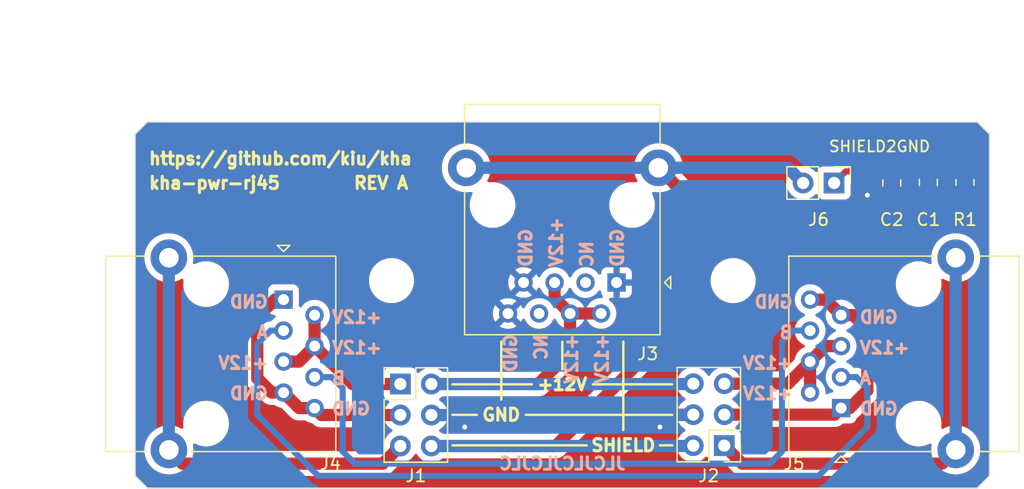
<source format=kicad_pcb>
(kicad_pcb (version 20221018) (generator pcbnew)
  (layers (0 "F.Cu" signal) (31 "B.Cu" signal) (34 "B.Paste" user) (35 "F.Paste" user) (36 "B.SilkS" user "B.Silkscreen") (37 "F.SilkS" user "F.Silkscreen") (38 "B.Mask" user) (39 "F.Mask" user) (44 "Edge.Cuts" user))
  (net 0 "")
  (net 1 "GND")
  (net 2 "Net-(C1-Pad1)")
  (net 3 "Net-(J2-Pin_1)")
  (net 4 "Earth")
  (net 5 "Net-(J2-Pin_3)")
  (net 6 "Net-(J2-Pin_5)")
  (net 7 "Net-(J1-Pin_1)")
  (net 8 "Net-(J1-Pin_3)")
  (net 9 "Net-(J1-Pin_5)")
  (net 10 "485+")
  (net 11 "485-")
  (net 12 "+12V")
  (footprint "Connector_PinHeader_2.54mm:PinHeader_2x03_P2.54mm_Vertical" (layer "F.Cu") (at 89.725 51.475)
    (fp_text reference "J1" (at 1.275 7.525 180) (layer "F.SilkS"))
    (fp_text value "Conn_02x03_Odd_Even")
    (fp_line (start -1.33 -1.33) (end 0 -1.33) (stroke (width 0.12)) (layer "F.SilkS"))
    (fp_line (start -1.33 0) (end -1.33 -1.33) (stroke (width 0.12)) (layer "F.SilkS"))
    (fp_line (start -1.33 1.27) (end -1.33 6.41) (stroke (width 0.12)) (layer "F.SilkS"))
    (fp_line (start -1.33 1.27) (end 1.27 1.27) (stroke (width 0.12)) (layer "F.SilkS"))
    (fp_line (start -1.33 6.41) (end 3.87 6.41) (stroke (width 0.12)) (layer "F.SilkS"))
    (fp_line (start 1.27 -1.33) (end 3.87 -1.33) (stroke (width 0.12)) (layer "F.SilkS"))
    (fp_line (start 1.27 1.27) (end 1.27 -1.33) (stroke (width 0.12)) (layer "F.SilkS"))
    (fp_line (start 3.87 -1.33) (end 3.87 6.41) (stroke (width 0.12)) (layer "F.SilkS"))
    (pad "1" thru_hole rect (at 0 0) (size 1.7 1.7) (drill 1) (layers "*.Cu" "*.Mask") (net 7 "Net-(J1-Pin_1)"))
    (pad "2" thru_hole oval (at 2.54 0) (size 1.7 1.7) (drill 1) (layers "*.Cu" "*.Mask") (net 12 "+12V"))
    (pad "3" thru_hole oval (at 0 2.54) (size 1.7 1.7) (drill 1) (layers "*.Cu" "*.Mask") (net 8 "Net-(J1-Pin_3)"))
    (pad "4" thru_hole oval (at 2.54 2.54) (size 1.7 1.7) (drill 1) (layers "*.Cu" "*.Mask") (net 1 "GND"))
    (pad "5" thru_hole oval (at 0 5.08) (size 1.7 1.7) (drill 1) (layers "*.Cu" "*.Mask") (net 9 "Net-(J1-Pin_5)"))
    (pad "6" thru_hole oval (at 2.54 5.08) (size 1.7 1.7) (drill 1) (layers "*.Cu" "*.Mask") (net 4 "Earth"))
  )
  (footprint "MountingHole:MountingHole_3.2mm_M3" (layer "F.Cu") (at 89 43)
    (fp_text reference "H1" hide)
    (fp_text value "MountingHole")
    (pad "" np_thru_hole circle (at 0 0) (size 3.2 3.2) (drill 3.2) (layers "*.Cu" "*.Mask"))
  )
  (footprint "kiu:GDLX-S-88K" (layer "F.Cu") (at 103 33.757 180)
    (fp_text reference "J3" (at -7 -15.243 unlocked) (layer "F.SilkS"))
    (fp_text value "RJ45_Shielded")
    (fp_line (start -8.886 -9.906) (end -8.886 -8.89) (stroke (width 0.12)) (layer "F.SilkS"))
    (fp_line (start -8.886 -8.89) (end -8.378 -9.398) (stroke (width 0.12)) (layer "F.SilkS"))
    (fp_line (start -8.378 -9.398) (end -8.886 -9.906) (stroke (width 0.12)) (layer "F.SilkS"))
    (fp_line (start -8.01 -13.678) (end -8.01 -1.748) (stroke (width 0.12)) (layer "F.SilkS"))
    (fp_line (start -8.01 1.752) (end -8.01 5.192) (stroke (width 0.12)) (layer "F.SilkS"))
    (fp_line (start 8.01 -13.678) (end -8.01 -13.678) (stroke (width 0.12)) (layer "F.SilkS"))
    (fp_line (start 8.01 -13.678) (end 8.01 -1.748) (stroke (width 0.12)) (layer "F.SilkS"))
    (fp_line (start 8.01 1.752) (end 8.01 5.192) (stroke (width 0.12)) (layer "F.SilkS"))
    (fp_line (start 8.01 5.192) (end -8.01 5.192) (stroke (width 0.12)) (layer "F.SilkS"))
    (pad "" np_thru_hole circle (at -5.715 -3.048 180) (size 3.25 3.25) (drill 3.25) (layers "*.Cu" "*.Mask"))
    (pad "" np_thru_hole circle (at 5.715 -3.048) (size 3.25 3.25) (drill 3.25) (layers "*.Cu" "*.Mask"))
    (pad "1" thru_hole rect (at -4.445 -9.398) (size 1.5 1.5) (drill 0.9) (layers "*.Cu" "*.Mask") (net 1 "GND"))
    (pad "2" thru_hole circle (at -3.175 -11.938) (size 1.5 1.5) (drill 0.9) (layers "*.Cu" "*.Mask") (net 12 "+12V"))
    (pad "3" thru_hole circle (at -1.905 -9.398) (size 1.5 1.5) (drill 0.9) (layers "*.Cu" "*.Mask"))
    (pad "4" thru_hole circle (at -0.635 -11.938) (size 1.5 1.5) (drill 0.9) (layers "*.Cu" "*.Mask") (net 12 "+12V"))
    (pad "5" thru_hole circle (at 0.635 -9.398) (size 1.5 1.5) (drill 0.9) (layers "*.Cu" "*.Mask") (net 12 "+12V"))
    (pad "6" thru_hole circle (at 1.905 -11.938) (size 1.5 1.5) (drill 0.9) (layers "*.Cu" "*.Mask"))
    (pad "7" thru_hole circle (at 3.175 -9.398) (size 1.5 1.5) (drill 0.9) (layers "*.Cu" "*.Mask") (net 1 "GND"))
    (pad "8" thru_hole circle (at 4.445 -11.938) (size 1.5 1.5) (drill 0.9) (layers "*.Cu" "*.Mask") (net 1 "GND"))
    (pad "SH" thru_hole circle (at -7.874 0.002 180) (size 3 3) (drill 1.6) (layers "*.Cu" "*.Mask") (net 4 "Earth"))
    (pad "SH" thru_hole circle (at 7.874 0) (size 3 3) (drill 1.6) (layers "*.Cu" "*.Mask") (net 4 "Earth"))
  )
  (footprint "Capacitor_SMD:C_0805_2012Metric" (layer "F.Cu") (at 130 35 -90)
    (fp_text reference "C2" (at 3 0) (layer "F.SilkS"))
    (fp_text value "10nF")
    (fp_line (start -0.261252 -0.735) (end 0.261252 -0.735) (stroke (width 0.12)) (layer "F.SilkS"))
    (fp_line (start -0.261252 0.735) (end 0.261252 0.735) (stroke (width 0.12)) (layer "F.SilkS"))
    (pad "1" smd roundrect (at -0.95 0 270) (size 1 1.45) (layers "F.Cu" "F.Paste" "F.Mask") (net 2 "Net-(C1-Pad1)"))
    (pad "2" smd roundrect (at 0.95 0 270) (size 1 1.45) (layers "F.Cu" "F.Paste" "F.Mask") (net 1 "GND"))
  )
  (footprint "kiu:GDLX-S-88K" (layer "F.Cu") (at 70.757 49 -90)
    (fp_text reference "J4" (at 9 -13.243 unlocked) (layer "F.SilkS"))
    (fp_text value "RJ45_Shielded")
    (fp_line (start -8.886 -9.906) (end -8.886 -8.89) (stroke (width 0.12)) (layer "F.SilkS"))
    (fp_line (start -8.886 -8.89) (end -8.378 -9.398) (stroke (width 0.12)) (layer "F.SilkS"))
    (fp_line (start -8.378 -9.398) (end -8.886 -9.906) (stroke (width 0.12)) (layer "F.SilkS"))
    (fp_line (start -8.01 -13.678) (end -8.01 -1.748) (stroke (width 0.12)) (layer "F.SilkS"))
    (fp_line (start -8.01 1.752) (end -8.01 5.192) (stroke (width 0.12)) (layer "F.SilkS"))
    (fp_line (start 8.01 -13.678) (end -8.01 -13.678) (stroke (width 0.12)) (layer "F.SilkS"))
    (fp_line (start 8.01 -13.678) (end 8.01 -1.748) (stroke (width 0.12)) (layer "F.SilkS"))
    (fp_line (start 8.01 1.752) (end 8.01 5.192) (stroke (width 0.12)) (layer "F.SilkS"))
    (fp_line (start 8.01 5.192) (end -8.01 5.192) (stroke (width 0.12)) (layer "F.SilkS"))
    (pad "" np_thru_hole circle (at -5.715 -3.048 270) (size 3.25 3.25) (drill 3.25) (layers "*.Cu" "*.Mask"))
    (pad "" np_thru_hole circle (at 5.715 -3.048 90) (size 3.25 3.25) (drill 3.25) (layers "*.Cu" "*.Mask"))
    (pad "1" thru_hole rect (at -4.445 -9.398 90) (size 1.5 1.5) (drill 0.9) (layers "*.Cu" "*.Mask") (net 8 "Net-(J1-Pin_3)"))
    (pad "2" thru_hole circle (at -3.175 -11.938 90) (size 1.5 1.5) (drill 0.9) (layers "*.Cu" "*.Mask") (net 7 "Net-(J1-Pin_1)"))
    (pad "3" thru_hole circle (at -1.905 -9.398 90) (size 1.5 1.5) (drill 0.9) (layers "*.Cu" "*.Mask") (net 10 "485+"))
    (pad "4" thru_hole circle (at -0.635 -11.938 90) (size 1.5 1.5) (drill 0.9) (layers "*.Cu" "*.Mask") (net 7 "Net-(J1-Pin_1)"))
    (pad "5" thru_hole circle (at 0.635 -9.398 90) (size 1.5 1.5) (drill 0.9) (layers "*.Cu" "*.Mask") (net 7 "Net-(J1-Pin_1)"))
    (pad "6" thru_hole circle (at 1.905 -11.938 90) (size 1.5 1.5) (drill 0.9) (layers "*.Cu" "*.Mask") (net 11 "485-"))
    (pad "7" thru_hole circle (at 3.175 -9.398 90) (size 1.5 1.5) (drill 0.9) (layers "*.Cu" "*.Mask") (net 8 "Net-(J1-Pin_3)"))
    (pad "8" thru_hole circle (at 4.445 -11.938 90) (size 1.5 1.5) (drill 0.9) (layers "*.Cu" "*.Mask") (net 8 "Net-(J1-Pin_3)"))
    (pad "SH" thru_hole circle (at -7.874 0.002 270) (size 3 3) (drill 1.6) (layers "*.Cu" "*.Mask") (net 9 "Net-(J1-Pin_5)"))
    (pad "SH" thru_hole circle (at 7.874 0 90) (size 3 3) (drill 1.6) (layers "*.Cu" "*.Mask") (net 9 "Net-(J1-Pin_5)"))
  )
  (footprint "Connector_PinHeader_2.54mm:PinHeader_1x02_P2.54mm_Vertical" (layer "F.Cu") (at 125.275 35 -90)
    (fp_text reference "J6" (at 3 1.275) (layer "F.SilkS"))
    (fp_text value "1x02_Jumper")
    (fp_line (start -1.33 -1.33) (end 0 -1.33) (stroke (width 0.12)) (layer "F.SilkS"))
    (fp_line (start -1.33 0) (end -1.33 -1.33) (stroke (width 0.12)) (layer "F.SilkS"))
    (fp_line (start -1.33 1.27) (end -1.33 3.87) (stroke (width 0.12)) (layer "F.SilkS"))
    (fp_line (start -1.33 1.27) (end 1.33 1.27) (stroke (width 0.12)) (layer "F.SilkS"))
    (fp_line (start -1.33 3.87) (end 1.33 3.87) (stroke (width 0.12)) (layer "F.SilkS"))
    (fp_line (start 1.33 1.27) (end 1.33 3.87) (stroke (width 0.12)) (layer "F.SilkS"))
    (pad "1" thru_hole rect (at 0 0 270) (size 1.7 1.7) (drill 1) (layers "*.Cu" "*.Mask") (net 2 "Net-(C1-Pad1)"))
    (pad "2" thru_hole oval (at 0 2.54 270) (size 1.7 1.7) (drill 1) (layers "*.Cu" "*.Mask") (net 4 "Earth"))
  )
  (footprint "MountingHole:MountingHole_3.2mm_M3" (layer "F.Cu") (at 117 43)
    (fp_text reference "H2" hide)
    (fp_text value "MountingHole")
    (pad "" np_thru_hole circle (at 0 0) (size 3.2 3.2) (drill 3.2) (layers "*.Cu" "*.Mask"))
  )
  (footprint "Capacitor_SMD:C_0805_2012Metric" (layer "F.Cu") (at 133 34.95 -90)
    (fp_text reference "C1" (at 3.05 0) (layer "F.SilkS"))
    (fp_text value "100nF")
    (fp_line (start -0.261252 -0.735) (end 0.261252 -0.735) (stroke (width 0.12)) (layer "F.SilkS"))
    (fp_line (start -0.261252 0.735) (end 0.261252 0.735) (stroke (width 0.12)) (layer "F.SilkS"))
    (pad "1" smd roundrect (at -0.95 0 270) (size 1 1.45) (layers "F.Cu" "F.Paste" "F.Mask") (net 2 "Net-(C1-Pad1)"))
    (pad "2" smd roundrect (at 0.95 0 270) (size 1 1.45) (layers "F.Cu" "F.Paste" "F.Mask") (net 1 "GND"))
  )
  (footprint "Connector_PinHeader_2.54mm:PinHeader_2x03_P2.54mm_Vertical" (layer "F.Cu") (at 116.275 56.525 180)
    (fp_text reference "J2" (at 1.275 -2.475 180) (layer "F.SilkS"))
    (fp_text value "Conn_02x03_Odd_Even")
    (fp_line (start -1.33 -1.33) (end 0 -1.33) (stroke (width 0.12)) (layer "F.SilkS"))
    (fp_line (start -1.33 0) (end -1.33 -1.33) (stroke (width 0.12)) (layer "F.SilkS"))
    (fp_line (start -1.33 1.27) (end -1.33 6.41) (stroke (width 0.12)) (layer "F.SilkS"))
    (fp_line (start -1.33 1.27) (end 1.27 1.27) (stroke (width 0.12)) (layer "F.SilkS"))
    (fp_line (start -1.33 6.41) (end 3.87 6.41) (stroke (width 0.12)) (layer "F.SilkS"))
    (fp_line (start 1.27 -1.33) (end 3.87 -1.33) (stroke (width 0.12)) (layer "F.SilkS"))
    (fp_line (start 1.27 1.27) (end 1.27 -1.33) (stroke (width 0.12)) (layer "F.SilkS"))
    (fp_line (start 3.87 -1.33) (end 3.87 6.41) (stroke (width 0.12)) (layer "F.SilkS"))
    (pad "1" thru_hole rect (at 0 0 180) (size 1.7 1.7) (drill 1) (layers "*.Cu" "*.Mask") (net 3 "Net-(J2-Pin_1)"))
    (pad "2" thru_hole oval (at 2.54 0 180) (size 1.7 1.7) (drill 1) (layers "*.Cu" "*.Mask") (net 4 "Earth"))
    (pad "3" thru_hole oval (at 0 2.54 180) (size 1.7 1.7) (drill 1) (layers "*.Cu" "*.Mask") (net 5 "Net-(J2-Pin_3)"))
    (pad "4" thru_hole oval (at 2.54 2.54 180) (size 1.7 1.7) (drill 1) (layers "*.Cu" "*.Mask") (net 1 "GND"))
    (pad "5" thru_hole oval (at 0 5.08 180) (size 1.7 1.7) (drill 1) (layers "*.Cu" "*.Mask") (net 6 "Net-(J2-Pin_5)"))
    (pad "6" thru_hole oval (at 2.54 5.08 180) (size 1.7 1.7) (drill 1) (layers "*.Cu" "*.Mask") (net 12 "+12V"))
  )
  (footprint "kiu:GDLX-S-88K" (layer "F.Cu") (at 135.243 49 90)
    (fp_text reference "J5" (at -9 -13.243 unlocked) (layer "F.SilkS"))
    (fp_text value "RJ45_Shielded")
    (fp_line (start -8.886 -9.906) (end -8.886 -8.89) (stroke (width 0.12)) (layer "F.SilkS"))
    (fp_line (start -8.886 -8.89) (end -8.378 -9.398) (stroke (width 0.12)) (layer "F.SilkS"))
    (fp_line (start -8.378 -9.398) (end -8.886 -9.906) (stroke (width 0.12)) (layer "F.SilkS"))
    (fp_line (start -8.01 -13.678) (end -8.01 -1.748) (stroke (width 0.12)) (layer "F.SilkS"))
    (fp_line (start -8.01 1.752) (end -8.01 5.192) (stroke (width 0.12)) (layer "F.SilkS"))
    (fp_line (start 8.01 -13.678) (end -8.01 -13.678) (stroke (width 0.12)) (layer "F.SilkS"))
    (fp_line (start 8.01 -13.678) (end 8.01 -1.748) (stroke (width 0.12)) (layer "F.SilkS"))
    (fp_line (start 8.01 1.752) (end 8.01 5.192) (stroke (width 0.12)) (layer "F.SilkS"))
    (fp_line (start 8.01 5.192) (end -8.01 5.192) (stroke (width 0.12)) (layer "F.SilkS"))
    (pad "" np_thru_hole circle (at -5.715 -3.048 90) (size 3.25 3.25) (drill 3.25) (layers "*.Cu" "*.Mask"))
    (pad "" np_thru_hole circle (at 5.715 -3.048 270) (size 3.25 3.25) (drill 3.25) (layers "*.Cu" "*.Mask"))
    (pad "1" thru_hole rect (at -4.445 -9.398 270) (size 1.5 1.5) (drill 0.9) (layers "*.Cu" "*.Mask") (net 5 "Net-(J2-Pin_3)"))
    (pad "2" thru_hole circle (at -3.175 -11.938 270) (size 1.5 1.5) (drill 0.9) (layers "*.Cu" "*.Mask") (net 6 "Net-(J2-Pin_5)"))
    (pad "3" thru_hole circle (at -1.905 -9.398 270) (size 1.5 1.5) (drill 0.9) (layers "*.Cu" "*.Mask") (net 10 "485+"))
    (pad "4" thru_hole circle (at -0.635 -11.938 270) (size 1.5 1.5) (drill 0.9) (layers "*.Cu" "*.Mask") (net 6 "Net-(J2-Pin_5)"))
    (pad "5" thru_hole circle (at 0.635 -9.398 270) (size 1.5 1.5) (drill 0.9) (layers "*.Cu" "*.Mask") (net 6 "Net-(J2-Pin_5)"))
    (pad "6" thru_hole circle (at 1.905 -11.938 270) (size 1.5 1.5) (drill 0.9) (layers "*.Cu" "*.Mask") (net 11 "485-"))
    (pad "7" thru_hole circle (at 3.175 -9.398 270) (size 1.5 1.5) (drill 0.9) (layers "*.Cu" "*.Mask") (net 5 "Net-(J2-Pin_3)"))
    (pad "8" thru_hole circle (at 4.445 -11.938 270) (size 1.5 1.5) (drill 0.9) (layers "*.Cu" "*.Mask") (net 5 "Net-(J2-Pin_3)"))
    (pad "SH" thru_hole circle (at -7.874 0.002 90) (size 3 3) (drill 1.6) (layers "*.Cu" "*.Mask") (net 3 "Net-(J2-Pin_1)"))
    (pad "SH" thru_hole circle (at 7.874 0 270) (size 3 3) (drill 1.6) (layers "*.Cu" "*.Mask") (net 3 "Net-(J2-Pin_1)"))
  )
  (footprint "Resistor_SMD:R_0805_2012Metric" (layer "F.Cu") (at 136 34.95 -90)
    (fp_text reference "R1" (at 3.05 0) (layer "F.SilkS"))
    (fp_text value "1M")
    (fp_line (start -0.227064 -0.735) (end 0.227064 -0.735) (stroke (width 0.12)) (layer "F.SilkS"))
    (fp_line (start -0.227064 0.735) (end 0.227064 0.735) (stroke (width 0.12)) (layer "F.SilkS"))
    (pad "1" smd roundrect (at -0.9125 0 270) (size 1.025 1.4) (layers "F.Cu" "F.Paste" "F.Mask") (roundrect_rratio 0.243902439) (net 2 "Net-(C1-Pad1)"))
    (pad "2" smd roundrect (at 0.9125 0 270) (size 1.025 1.4) (layers "F.Cu" "F.Paste" "F.Mask") (roundrect_rratio 0.243902439) (net 1 "GND"))
  )
  (gr_line (start 105.5 51.5) (end 112 51.5) (stroke (width 0.2)) (layer "F.SilkS"))
  (gr_line (start 108 48) (end 108 55.25) (stroke (width 0.2)) (layer "F.SilkS"))
  (gr_line (start 105 56.5) (end 94 56.5) (stroke (width 0.2)) (layer "F.SilkS"))
  (gr_line (start 111 56.5) (end 112 56.5) (stroke (width 0.2)) (layer "F.SilkS"))
  (gr_line (start 100.5 51.5) (end 94 51.5) (stroke (width 0.2)) (layer "F.SilkS"))
  (gr_line (start 100 54) (end 112 54) (stroke (width 0.2)) (layer "F.SilkS"))
  (gr_line (start 98 48) (end 98 52.75) (stroke (width 0.2)) (layer "F.SilkS"))
  (gr_line (start 103 48) (end 103 50.25) (stroke (width 0.2)) (layer "F.SilkS"))
  (gr_line (start 96 54) (end 94 54) (stroke (width 0.2)) (layer "F.SilkS"))
  (gr_line (start 68 31) (end 68 59) (stroke (width 0.1)) (layer "Edge.Cuts"))
  (gr_line (start 138 31) (end 138 59) (stroke (width 0.1)) (layer "Edge.Cuts"))
  (gr_line (start 68 31) (end 69 30) (stroke (width 0.1)) (layer "Edge.Cuts"))
  (gr_line (start 138 59) (end 137 60) (stroke (width 0.1)) (layer "Edge.Cuts"))
  (gr_line (start 137 30) (end 138 31) (stroke (width 0.1)) (layer "Edge.Cuts"))
  (gr_line (start 69 60) (end 137 60) (stroke (width 0.1)) (layer "Edge.Cuts"))
  (gr_line (start 69 30) (end 137 30) (stroke (width 0.1)) (layer "Edge.Cuts"))
  (gr_line (start 68 59) (end 69 60) (stroke (width 0.1)) (layer "Edge.Cuts"))
  (gr_text "+12V" (at 84 48.5) (layer "B.SilkS") (effects (font (size 1 1) (thickness 0.25)) (justify right mirror)))
  (gr_text "GND" (at 127.25 46) (layer "B.SilkS") (effects (font (size 1 1) (thickness 0.25)) (justify right mirror)))
  (gr_text "+12V" (at 122 49.75) (layer "B.SilkS") (effects (font (size 1 1) (thickness 0.25)) (justify left mirror)))
  (gr_text "+12V" (at 79 49.75) (layer "B.SilkS") (effects (font (size 1 1) (thickness 0.25)) (justify left mirror)))
  (gr_text "+12V" (at 102.5 42 90) (layer "B.SilkS") (effects (font (size 1 1) (thickness 0.25)) (justify right mirror)))
  (gr_text "+12V" (at 122 52.25) (layer "B.SilkS") (effects (font (size 1 1) (thickness 0.25)) (justify left mirror)))
  (gr_text "GND" (at 127.25 53.5) (layer "B.SilkS") (effects (font (size 1 1) (thickness 0.25)) (justify right mirror)))
  (gr_text "NC" (at 105 42 90) (layer "B.SilkS") (effects (font (size 1 1) (thickness 0.25)) (justify right mirror)))
  (gr_text "NC" (at 101.25 47.25 90) (layer "B.SilkS") (effects (font (size 1 1) (thickness 0.25)) (justify left mirror)))
  (gr_text "GND" (at 122 44.75) (layer "B.SilkS") (effects (font (size 1 1) (thickness 0.25)) (justify left mirror)))
  (gr_text "B" (at 84 51) (layer "B.SilkS") (effects (font (size 1 1) (thickness 0.25)) (justify right mirror)))
  (gr_text "B" (at 122 47.25) (layer "B.SilkS") (effects (font (size 1 1) (thickness 0.25)) (justify left mirror)))
  (gr_text "JLCJLCJLCJLC" (at 103 58) (layer "B.SilkS") (effects (font (size 1 1) (thickness 0.25)) (justify mirror)))
  (gr_text "+12V" (at 84 46) (layer "B.SilkS") (effects (font (size 1 1) (thickness 0.25)) (justify right mirror)))
  (gr_text "A" (at 127.25 51) (layer "B.SilkS") (effects (font (size 1 1) (thickness 0.25)) (justify right mirror)))
  (gr_text "+12V" (at 106.25 47.25 90) (layer "B.SilkS") (effects (font (size 1 1) (thickness 0.25)) (justify left mirror)))
  (gr_text "GND" (at 84 53.5) (layer "B.SilkS") (effects (font (size 1 1) (thickness 0.25)) (justify right mirror)))
  (gr_text "A" (at 79 47.25) (layer "B.SilkS") (effects (font (size 1 1) (thickness 0.25)) (justify left mirror)))
  (gr_text "GND" (at 79 44.75) (layer "B.SilkS") (effects (font (size 1 1) (thickness 0.25)) (justify left mirror)))
  (gr_text "GND" (at 98.75 47.25 90) (layer "B.SilkS") (effects (font (size 1 1) (thickness 0.25)) (justify left mirror)))
  (gr_text "GND" (at 79 52.25) (layer "B.SilkS") (effects (font (size 1 1) (thickness 0.25)) (justify left mirror)))
  (gr_text "GND" (at 107.5 42 90) (layer "B.SilkS") (effects (font (size 1 1) (thickness 0.25)) (justify right mirror)))
  (gr_text "GND" (at 100 42 90) (layer "B.SilkS") (effects (font (size 1 1) (thickness 0.25)) (justify right mirror)))
  (gr_text "+12V" (at 127.25 48.5) (layer "B.SilkS") (effects (font (size 1 1) (thickness 0.25)) (justify right mirror)))
  (gr_text "+12V" (at 103.75 47.25 90) (layer "B.SilkS") (effects (font (size 1 1) (thickness 0.25)) (justify left mirror)))
  (gr_text "REV A" (at 90.5 35) (layer "F.SilkS") (effects (font (size 1 1) (thickness 0.25)) (justify right)))
  (gr_text "https://github.com/kiu/kha" (at 69 33) (layer "F.SilkS") (effects (font (size 1 1) (thickness 0.25)) (justify left)))
  (gr_text "+12V" (at 103 51.5) (layer "F.SilkS") (effects (font (size 1 1) (thickness 0.25))))
  (gr_text "kha-pwr-rj45" (at 69 35) (layer "F.SilkS") (effects (font (size 1 1) (thickness 0.25)) (justify left)))
  (gr_text "SHIELD" (at 108 56.5) (layer "F.SilkS") (effects (font (size 1 1) (thickness 0.25))))
  (gr_text "SHIELD2GND" (at 129 32) (layer "F.SilkS") (effects (font (size 0.9 0.9) (thickness 0.15) bold)))
  (gr_text "GND" (at 98 54) (layer "F.SilkS") (effects (font (size 1 1) (thickness 0.25))))
  (segment (start 92.265 54.015) (end 94.015 54.015) (width 1) (layer "F.Cu") (net 1))
  (segment (start 113.735 53.985) (end 112.015 53.985) (width 1) (layer "F.Cu") (net 1))
  (segment (start 112.015 53.985) (end 111 55) (width 1) (layer "F.Cu") (net 1))
  (segment (start 94.015 54.015) (end 95 55) (width 1) (layer "F.Cu") (net 1))
  (segment (start 136 35.8625) (end 133.0375 35.8625) (width 0.5) (layer "F.Cu") (net 1))
  (segment (start 133.0375 35.8625) (end 133 35.9) (width 0.5) (layer "F.Cu") (net 1))
  (segment (start 133 35.9) (end 130.05 35.9) (width 0.5) (layer "F.Cu") (net 1))
  (segment (start 130.05 35.9) (end 130 35.95) (width 0.5) (layer "F.Cu") (net 1))
  (via (at 128 36) (size 0.8) (drill 0.4) (layers "F.Cu" "B.Cu") (net 1))
  (via (at 95 55) (size 0.8) (drill 0.4) (layers "F.Cu" "B.Cu") (net 1))
  (via (at 111 55) (size 0.8) (drill 0.4) (layers "F.Cu" "B.Cu") (net 1))
  (segment (start 92.265 54.015) (end 94.985 54.015) (width 1) (layer "B.Cu") (net 1))
  (segment (start 95.015 54.015) (end 102.985 54.015) (width 1) (layer "B.Cu") (net 1))
  (segment (start 104.985 54.015) (end 113.705 54.015) (width 1) (layer "B.Cu") (net 1))
  (segment (start 102.985 54.015) (end 104.985 54.015) (width 1) (layer "B.Cu") (net 1))
  (segment (start 113.705 54.015) (end 113.735 53.985) (width 1) (layer "B.Cu") (net 1))
  (segment (start 136 34.0375) (end 133.0375 34.0375) (width 0.5) (layer "F.Cu") (net 2))
  (segment (start 132.95 34.05) (end 133 34) (width 0.5) (layer "F.Cu") (net 2))
  (segment (start 126.225 34.05) (end 125.275 35) (width 0.5) (layer "F.Cu") (net 2))
  (segment (start 130 34.05) (end 132.95 34.05) (width 0.5) (layer "F.Cu") (net 2))
  (segment (start 130 34.05) (end 126.225 34.05) (width 0.5) (layer "F.Cu") (net 2))
  (segment (start 133.0375 34.0375) (end 133 34) (width 0.5) (layer "F.Cu") (net 2))
  (segment (start 117.75 58) (end 116.275 56.525) (width 1) (layer "F.Cu") (net 3))
  (segment (start 134.119 58) (end 117.75 58) (width 1) (layer "F.Cu") (net 3))
  (segment (start 135.245 56.874) (end 134.119 58) (width 1) (layer "F.Cu") (net 3))
  (segment (start 135.243 41.221) (end 135.243 56.967) (width 1) (layer "B.Cu") (net 3))
  (segment (start 112.374 46.626) (end 112.374 35.255) (width 1) (layer "F.Cu") (net 4))
  (segment (start 112.374 35.255) (end 110.874 33.755) (width 1) (layer "F.Cu") (net 4))
  (segment (start 92.265 56.555) (end 102.445 56.555) (width 1) (layer "F.Cu") (net 4))
  (segment (start 102.445 56.555) (end 112.374 46.626) (width 1) (layer "F.Cu") (net 4))
  (segment (start 113.705 56.555) (end 113.735 56.525) (width 1) (layer "B.Cu") (net 4))
  (segment (start 92.265 56.555) (end 113.705 56.555) (width 1) (layer "B.Cu") (net 4))
  (segment (start 110.872 33.757) (end 110.874 33.755) (width 1) (layer "B.Cu") (net 4))
  (segment (start 121.49 33.755) (end 110.874 33.755) (width 1) (layer "B.Cu") (net 4))
  (segment (start 122.735 35) (end 121.49 33.755) (width 1) (layer "B.Cu") (net 4))
  (segment (start 95.126 33.757) (end 110.872 33.757) (width 1) (layer "B.Cu") (net 4))
  (segment (start 123.305 44.555) (end 124.575 44.555) (width 1) (layer "F.Cu") (net 5))
  (segment (start 116.275 53.985) (end 125.305 53.985) (width 1) (layer "F.Cu") (net 5))
  (segment (start 124.575 44.555) (end 125.845 45.825) (width 1) (layer "F.Cu") (net 5))
  (segment (start 125.845 45.825) (end 126.825 45.825) (width 1) (layer "F.Cu") (net 5))
  (segment (start 125.305 53.985) (end 125.845 53.445) (width 1) (layer "F.Cu") (net 5))
  (segment (start 126.555 53.445) (end 125.845 53.445) (width 1) (layer "F.Cu") (net 5))
  (segment (start 128 47) (end 128 52) (width 1) (layer "F.Cu") (net 5))
  (segment (start 128 52) (end 126.555 53.445) (width 1) (layer "F.Cu") (net 5))
  (segment (start 126.825 45.825) (end 128 47) (width 1) (layer "F.Cu") (net 5))
  (segment (start 121.495 51.445) (end 123.305 49.635) (width 1) (layer "F.Cu") (net 6))
  (segment (start 124.575 48.365) (end 123.305 49.635) (width 1) (layer "F.Cu") (net 6))
  (segment (start 125.845 48.365) (end 124.575 48.365) (width 1) (layer "F.Cu") (net 6))
  (segment (start 123.305 52.175) (end 123.305 49.635) (width 1) (layer "F.Cu") (net 6))
  (segment (start 116.275 51.445) (end 121.495 51.445) (width 1) (layer "F.Cu") (net 6))
  (segment (start 81.425 49.635) (end 82.695 48.365) (width 1) (layer "F.Cu") (net 7))
  (segment (start 80.155 49.635) (end 81.425 49.635) (width 1) (layer "F.Cu") (net 7))
  (segment (start 85.805 51.475) (end 82.695 48.365) (width 1) (layer "F.Cu") (net 7))
  (segment (start 89.725 51.475) (end 85.805 51.475) (width 1) (layer "F.Cu") (net 7))
  (segment (start 82.695 45.825) (end 82.695 48.365) (width 1) (layer "F.Cu") (net 7))
  (segment (start 89.725 54.015) (end 83.265 54.015) (width 1) (layer "F.Cu") (net 8))
  (segment (start 79.175 52.175) (end 80.155 52.175) (width 1) (layer "F.Cu") (net 8))
  (segment (start 79.445 44.555) (end 78 46) (width 1) (layer "F.Cu") (net 8))
  (segment (start 78 51) (end 79.175 52.175) (width 1) (layer "F.Cu") (net 8))
  (segment (start 80.155 44.555) (end 79.445 44.555) (width 1) (layer "F.Cu") (net 8))
  (segment (start 78 46) (end 78 51) (width 1) (layer "F.Cu") (net 8))
  (segment (start 82.695 53.445) (end 81.425 53.445) (width 1) (layer "F.Cu") (net 8))
  (segment (start 83.265 54.015) (end 82.695 53.445) (width 1) (layer "F.Cu") (net 8))
  (segment (start 81.425 53.445) (end 80.155 52.175) (width 1) (layer "F.Cu") (net 8))
  (segment (start 71.883 58) (end 88.28 58) (width 1) (layer "F.Cu") (net 9))
  (segment (start 70.757 56.874) (end 71.883 58) (width 1) (layer "F.Cu") (net 9))
  (segment (start 88.28 58) (end 89.725 56.555) (width 1) (layer "F.Cu") (net 9))
  (segment (start 70.755 56.872) (end 70.757 56.874) (width 1) (layer "B.Cu") (net 9))
  (segment (start 70.755 41.126) (end 70.755 56.872) (width 1) (layer "B.Cu") (net 9))
  (segment (start 128 51.81) (end 128 55) (width 0.5) (layer "B.Cu") (net 10))
  (segment (start 78 48.19) (end 79.095 47.095) (width 0.5) (layer "B.Cu") (net 10))
  (segment (start 127.095 50.905) (end 128 51.81) (width 0.5) (layer "B.Cu") (net 10))
  (segment (start 83 59) (end 78 54) (width 0.5) (layer "B.Cu") (net 10))
  (segment (start 128 55) (end 124 59) (width 0.5) (layer "B.Cu") (net 10))
  (segment (start 124 59) (end 83 59) (width 0.5) (layer "B.Cu") (net 10))
  (segment (start 125.845 50.905) (end 127.095 50.905) (width 0.5) (layer "B.Cu") (net 10))
  (segment (start 78 54) (end 78 48.19) (width 0.5) (layer "B.Cu") (net 10))
  (segment (start 79.095 47.095) (end 80.155 47.095) (width 0.5) (layer "B.Cu") (net 10))
  (segment (start 85 57) (end 85 51.81) (width 0.5) (layer "B.Cu") (net 11))
  (segment (start 120 58) (end 86 58) (width 0.5) (layer "B.Cu") (net 11))
  (segment (start 121 48) (end 121 57) (width 0.5) (layer "B.Cu") (net 11))
  (segment (start 121.905 47.095) (end 121 48) (width 0.5) (layer "B.Cu") (net 11))
  (segment (start 86 58) (end 85 57) (width 0.5) (layer "B.Cu") (net 11))
  (segment (start 85 51.81) (end 84.095 50.905) (width 0.5) (layer "B.Cu") (net 11))
  (segment (start 84.095 50.905) (end 82.695 50.905) (width 0.5) (layer "B.Cu") (net 11))
  (segment (start 121 57) (end 120 58) (width 0.5) (layer "B.Cu") (net 11))
  (segment (start 123.305 47.095) (end 121.905 47.095) (width 0.5) (layer "B.Cu") (net 11))
  (segment (start 101.025 51.475) (end 103.635 48.865) (width 1) (layer "F.Cu") (net 12))
  (segment (start 103.635 48.865) (end 103.635 45.695) (width 1) (layer "F.Cu") (net 12))
  (segment (start 102.365 43.155) (end 102.365 44.425) (width 1) (layer "F.Cu") (net 12))
  (segment (start 102.365 44.425) (end 103.635 45.695) (width 1) (layer "F.Cu") (net 12))
  (segment (start 92.265 51.475) (end 101.025 51.475) (width 1) (layer "F.Cu") (net 12))
  (segment (start 106.175 45.695) (end 103.635 45.695) (width 1) (layer "F.Cu") (net 12))
  (segment (start 92.265 51.475) (end 113.705 51.475) (width 1) (layer "B.Cu") (net 12))
  (segment (start 113.705 51.475) (end 113.735 51.445) (width 1) (layer "B.Cu") (net 12))
  (zone (net 1) (net_name "GND") (layers "F&B.Cu") (connect_pads (clearance 0.508)) (min_thickness 0.254) (fill yes (thermal_gap 0.508) (thermal_bridge_width 0.508))
    (polygon (pts (xy 138 60) (xy 68 60) (xy 68 30) (xy 138 30)))
  )
)
</source>
